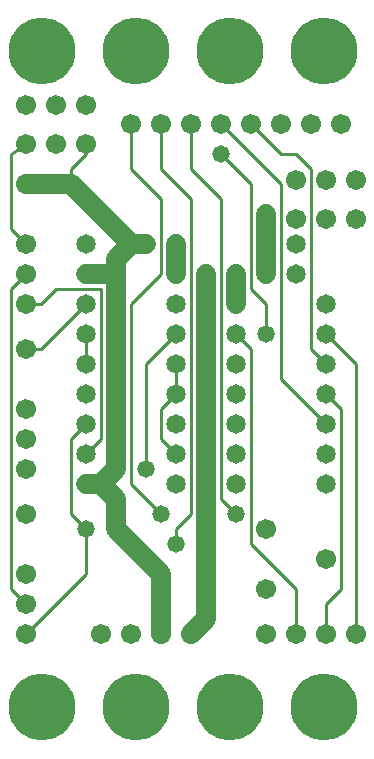
<source format=gtl>
%MOIN*%
%FSLAX25Y25*%
G04 D10 used for Character Trace; *
G04     Circle (OD=.01000) (No hole)*
G04 D11 used for Power Trace; *
G04     Circle (OD=.06700) (No hole)*
G04 D12 used for Signal Trace; *
G04     Circle (OD=.01100) (No hole)*
G04 D13 used for Via; *
G04     Circle (OD=.05800) (Round. Hole ID=.02800)*
G04 D14 used for Component hole; *
G04     Circle (OD=.06500) (Round. Hole ID=.03500)*
G04 D15 used for Component hole; *
G04     Circle (OD=.06700) (Round. Hole ID=.04300)*
G04 D16 used for Component hole; *
G04     Circle (OD=.08100) (Round. Hole ID=.05100)*
G04 D17 used for Component hole; *
G04     Circle (OD=.08900) (Round. Hole ID=.05900)*
G04 D18 used for Component hole; *
G04     Circle (OD=.11300) (Round. Hole ID=.08300)*
G04 D19 used for Component hole; *
G04     Circle (OD=.16000) (Round. Hole ID=.13000)*
G04 D20 used for Component hole; *
G04     Circle (OD=.18300) (Round. Hole ID=.15300)*
G04 D21 used for Component hole; *
G04     Circle (OD=.22291) (Round. Hole ID=.19291)*
%ADD10C,.01000*%
%ADD11C,.06700*%
%ADD12C,.01100*%
%ADD13C,.05800*%
%ADD14C,.06500*%
%ADD15C,.06700*%
%ADD16C,.08100*%
%ADD17C,.08900*%
%ADD18C,.11300*%
%ADD19C,.16000*%
%ADD20C,.18300*%
%ADD21C,.22291*%
%IPPOS*%
%LPD*%
G90*X0Y0D02*D21*X15625Y15625D03*D15*              
X35000Y40000D03*X10000D03*D12*X30000Y60000D01*    
Y75000D01*D13*D03*D12*X25000Y80000D01*Y105000D01* 
X30000Y110000D01*D14*D03*D12*Y100000D02*          
X35000Y105000D01*D14*X30000Y100000D03*D12*        
X35000Y105000D02*Y155000D01*X20000D01*            
X15000Y150000D01*X10000D01*D15*D03*D12*           
X5000Y55000D02*Y155000D01*X10000Y50000D02*        
X5000Y55000D01*D15*X10000Y50000D03*Y60000D03*     
Y80000D03*D11*X55000Y60000D02*X40000Y75000D01*    
X55000Y40000D02*Y60000D01*D15*Y40000D03*X65000D03*
D11*X70000Y45000D01*Y125000D01*D13*D03*D11*       
Y160000D01*D13*D03*D14*X80000Y150000D03*D11*      
Y160000D01*D14*D03*D12*X90000Y150000D02*          
X85000Y155000D01*X90000Y140000D02*Y150000D01*D13* 
Y140000D03*D12*X85000Y70000D02*Y135000D01*        
X100000Y55000D02*X85000Y70000D01*X100000Y40000D02*
Y55000D01*D15*Y40000D03*D12*X110000D02*Y50000D01* 
D15*Y40000D03*X120000D03*D12*Y130000D01*          
X110000Y140000D01*D14*D03*D12*Y130000D02*         
X105000Y135000D01*D14*X110000Y130000D03*D12*      
X105000Y135000D02*Y195000D01*X100000Y200000D01*   
X95000D01*X85000Y210000D01*D15*D03*D13*           
X75000Y200000D03*D12*X85000Y190000D01*Y155000D01* 
D13*X90000Y160000D03*D11*Y180000D01*D13*D03*D14*  
X100000Y170000D03*D15*Y191500D03*D12*             
X95000Y125000D02*Y190000D01*X110000Y110000D02*    
X95000Y125000D01*D14*X110000Y110000D03*D12*       
X115000Y55000D02*Y115000D01*X110000Y50000D02*     
X115000Y55000D01*D15*X110000Y65000D03*            
X90000Y55000D03*Y40000D03*Y75000D03*D13*          
X80000Y80000D03*D12*X75000Y85000D01*Y185000D01*   
X65000Y195000D01*Y210000D01*D15*D03*X75000D03*D12*
X95000Y190000D01*D15*X100000Y178500D03*X110000D03*
Y191500D03*X115000Y210000D03*X105000D03*X95000D03*
X120000Y178500D03*Y191500D03*D12*X65000Y80000D02* 
Y185000D01*X60000Y75000D02*X65000Y80000D01*       
X60000Y70000D02*Y75000D01*D13*Y70000D03*          
X55000Y80000D03*D12*X45000Y90000D01*Y150000D01*   
X55000Y160000D01*Y185000D01*X45000Y195000D01*     
Y210000D01*D15*D03*X55000D03*D12*Y195000D01*      
X65000Y185000D01*D14*X50000Y170000D03*D11*        
X45000D01*X40000Y165000D01*Y160000D01*Y105000D01* 
D13*D03*D11*Y95000D01*X35000Y90000D01*            
X40000Y85000D01*Y75000D01*X30000Y90000D02*        
X35000D01*D14*X30000D03*D15*X10000Y105000D03*     
Y95000D03*D13*X50000D03*D12*Y130000D01*           
X60000Y140000D01*D14*D03*Y150000D03*Y130000D03*   
D12*Y120000D01*D14*D03*D12*X55000Y115000D01*      
Y105000D01*X60000Y100000D01*D14*D03*Y110000D03*   
Y90000D03*X80000Y120000D03*Y90000D03*Y100000D03*  
Y110000D03*X30000Y130000D03*D12*Y140000D01*D14*   
D03*Y150000D03*D12*X15000Y135000D01*X10000D01*D15*
D03*D14*X30000Y120000D03*D15*X10000Y115000D03*D12*
X5000Y155000D02*X10000Y160000D01*D15*D03*         
Y170000D03*D12*X5000Y175000D01*Y200000D01*        
X10000Y203500D01*D15*D03*X20000Y216500D03*        
Y203500D03*X10000Y216500D03*D11*X45000Y170000D02* 
X25000Y190000D01*X30000Y160000D02*X40000D01*D14*  
X30000D03*Y170000D03*X60000Y160000D03*D11*        
Y170000D01*D14*D03*D12*X25000Y195000D02*          
X30000Y200000D01*X25000Y190000D02*Y195000D01*D11* 
X10000Y190000D02*X25000D01*D15*X10000D03*D12*     
X30000Y200000D02*Y203500D01*D15*D03*Y216500D03*   
D21*X46875Y234375D03*X15625D03*X78125D03*D14*     
X80000Y140000D03*D12*X85000Y135000D01*D14*        
X80000Y130000D03*X110000Y120000D03*D12*           
X115000Y115000D01*D14*X110000Y100000D03*Y90000D03*
Y150000D03*X100000Y160000D03*D15*X45000Y40000D03* 
D21*X46875Y15625D03*X78125D03*X109375D03*         
Y234375D03*M02*                                   

</source>
